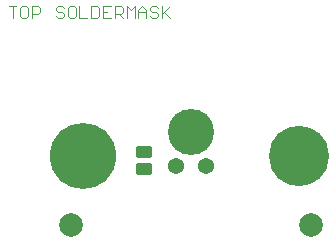
<source format=gts>
G04*
G04 #@! TF.GenerationSoftware,Altium Limited,Altium Designer,20.2.6 (244)*
G04*
G04 Layer_Color=102*
%FSLAX25Y25*%
%MOIN*%
G70*
G04*
G04 #@! TF.SameCoordinates,5AE4630F-2555-4F6A-8CD4-AD4B39003086*
G04*
G04*
G04 #@! TF.FilePolarity,Negative*
G04*
G01*
G75*
%ADD11C,0.00394*%
%ADD15C,0.20079*%
%ADD16C,0.07874*%
G04:AMPARAMS|DCode=17|XSize=55.12mil|YSize=43.31mil|CornerRadius=6.89mil|HoleSize=0mil|Usage=FLASHONLY|Rotation=180.000|XOffset=0mil|YOffset=0mil|HoleType=Round|Shape=RoundedRectangle|*
%AMROUNDEDRECTD17*
21,1,0.05512,0.02953,0,0,180.0*
21,1,0.04134,0.04331,0,0,180.0*
1,1,0.01378,-0.02067,0.01476*
1,1,0.01378,0.02067,0.01476*
1,1,0.01378,0.02067,-0.01476*
1,1,0.01378,-0.02067,-0.01476*
%
%ADD17ROUNDEDRECTD17*%
%ADD18C,0.15394*%
%ADD19C,0.00394*%
%ADD20C,0.05394*%
%ADD21C,0.22047*%
D11*
X742770Y526825D02*
X745394D01*
X744082D01*
Y522890D01*
X748674Y526825D02*
X747362D01*
X746706Y526169D01*
Y523546D01*
X747362Y522890D01*
X748674D01*
X749330Y523546D01*
Y526169D01*
X748674Y526825D01*
X750642Y522890D02*
Y526825D01*
X752609D01*
X753265Y526169D01*
Y524858D01*
X752609Y524202D01*
X750642D01*
X761137Y526169D02*
X760481Y526825D01*
X759169D01*
X758513Y526169D01*
Y525514D01*
X759169Y524858D01*
X760481D01*
X761137Y524202D01*
Y523546D01*
X760481Y522890D01*
X759169D01*
X758513Y523546D01*
X764417Y526825D02*
X763105D01*
X762449Y526169D01*
Y523546D01*
X763105Y522890D01*
X764417D01*
X765073Y523546D01*
Y526169D01*
X764417Y526825D01*
X766385D02*
Y522890D01*
X769008D01*
X770320Y526825D02*
Y522890D01*
X772288D01*
X772944Y523546D01*
Y526169D01*
X772288Y526825D01*
X770320D01*
X776880D02*
X774256D01*
Y522890D01*
X776880D01*
X774256Y524858D02*
X775568D01*
X778192Y522890D02*
Y526825D01*
X780160D01*
X780816Y526169D01*
Y524858D01*
X780160Y524202D01*
X778192D01*
X779504D02*
X780816Y522890D01*
X782128D02*
Y526825D01*
X783439Y525514D01*
X784751Y526825D01*
Y522890D01*
X786063D02*
Y525514D01*
X787375Y526825D01*
X788687Y525514D01*
Y522890D01*
Y524858D01*
X786063D01*
X792623Y526169D02*
X791967Y526825D01*
X790655D01*
X789999Y526169D01*
Y525514D01*
X790655Y524858D01*
X791967D01*
X792623Y524202D01*
Y523546D01*
X791967Y522890D01*
X790655D01*
X789999Y523546D01*
X793935Y526825D02*
Y522890D01*
Y524202D01*
X796559Y526825D01*
X794591Y524858D01*
X796559Y522890D01*
D15*
X839400Y476700D02*
D03*
D16*
X763400Y453700D02*
D03*
X843400D02*
D03*
D17*
X787800Y478253D02*
D03*
Y472347D02*
D03*
D18*
X803400Y484700D02*
D03*
D19*
X808400Y458668D02*
D03*
X798400D02*
D03*
D20*
X808400Y473468D02*
D03*
X798400D02*
D03*
D21*
X767400Y476700D02*
D03*
M02*

</source>
